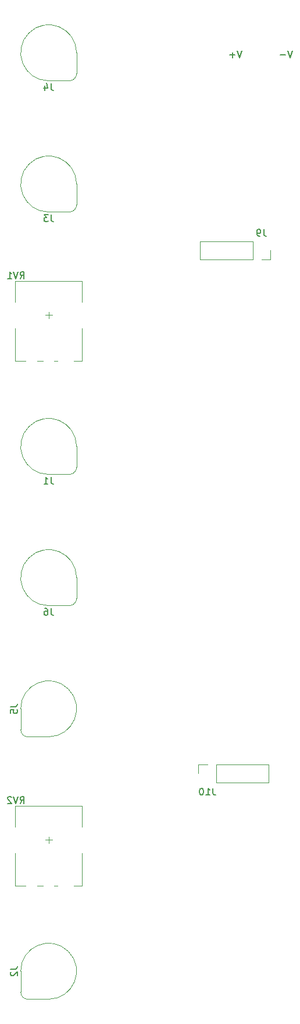
<source format=gbo>
%TF.GenerationSoftware,KiCad,Pcbnew,(6.0.6-0)*%
%TF.CreationDate,2022-06-29T11:53:49+01:00*%
%TF.ProjectId,4u-simple-integrator,34752d73-696d-4706-9c65-2d696e746567,r01*%
%TF.SameCoordinates,Original*%
%TF.FileFunction,Legend,Bot*%
%TF.FilePolarity,Positive*%
%FSLAX46Y46*%
G04 Gerber Fmt 4.6, Leading zero omitted, Abs format (unit mm)*
G04 Created by KiCad (PCBNEW (6.0.6-0)) date 2022-06-29 11:53:49*
%MOMM*%
%LPD*%
G01*
G04 APERTURE LIST*
%ADD10C,0.150000*%
%ADD11C,0.120000*%
G04 APERTURE END LIST*
D10*
%TO.C,J1*%
X86185333Y-100972380D02*
X86185333Y-101686666D01*
X86232952Y-101829523D01*
X86328190Y-101924761D01*
X86471047Y-101972380D01*
X86566285Y-101972380D01*
X85185333Y-101972380D02*
X85756761Y-101972380D01*
X85471047Y-101972380D02*
X85471047Y-100972380D01*
X85566285Y-101115238D01*
X85661523Y-101210476D01*
X85756761Y-101258095D01*
%TO.C,J4*%
X86185333Y-43822380D02*
X86185333Y-44536666D01*
X86232952Y-44679523D01*
X86328190Y-44774761D01*
X86471047Y-44822380D01*
X86566285Y-44822380D01*
X85280571Y-44155714D02*
X85280571Y-44822380D01*
X85518666Y-43774761D02*
X85756761Y-44489047D01*
X85137714Y-44489047D01*
%TO.C,J3*%
X86185333Y-62872380D02*
X86185333Y-63586666D01*
X86232952Y-63729523D01*
X86328190Y-63824761D01*
X86471047Y-63872380D01*
X86566285Y-63872380D01*
X85804380Y-62872380D02*
X85185333Y-62872380D01*
X85518666Y-63253333D01*
X85375809Y-63253333D01*
X85280571Y-63300952D01*
X85232952Y-63348571D01*
X85185333Y-63443809D01*
X85185333Y-63681904D01*
X85232952Y-63777142D01*
X85280571Y-63824761D01*
X85375809Y-63872380D01*
X85661523Y-63872380D01*
X85756761Y-63824761D01*
X85804380Y-63777142D01*
%TO.C,J10*%
X109775523Y-146137380D02*
X109775523Y-146851666D01*
X109823142Y-146994523D01*
X109918380Y-147089761D01*
X110061238Y-147137380D01*
X110156476Y-147137380D01*
X108775523Y-147137380D02*
X109346952Y-147137380D01*
X109061238Y-147137380D02*
X109061238Y-146137380D01*
X109156476Y-146280238D01*
X109251714Y-146375476D01*
X109346952Y-146423095D01*
X108156476Y-146137380D02*
X108061238Y-146137380D01*
X107966000Y-146185000D01*
X107918380Y-146232619D01*
X107870761Y-146327857D01*
X107823142Y-146518333D01*
X107823142Y-146756428D01*
X107870761Y-146946904D01*
X107918380Y-147042142D01*
X107966000Y-147089761D01*
X108061238Y-147137380D01*
X108156476Y-147137380D01*
X108251714Y-147089761D01*
X108299333Y-147042142D01*
X108346952Y-146946904D01*
X108394571Y-146756428D01*
X108394571Y-146518333D01*
X108346952Y-146327857D01*
X108299333Y-146232619D01*
X108251714Y-146185000D01*
X108156476Y-146137380D01*
%TO.C,RV2*%
X81697238Y-148372380D02*
X82030571Y-147896190D01*
X82268666Y-148372380D02*
X82268666Y-147372380D01*
X81887714Y-147372380D01*
X81792476Y-147420000D01*
X81744857Y-147467619D01*
X81697238Y-147562857D01*
X81697238Y-147705714D01*
X81744857Y-147800952D01*
X81792476Y-147848571D01*
X81887714Y-147896190D01*
X82268666Y-147896190D01*
X81411523Y-147372380D02*
X81078190Y-148372380D01*
X80744857Y-147372380D01*
X80459142Y-147467619D02*
X80411523Y-147420000D01*
X80316285Y-147372380D01*
X80078190Y-147372380D01*
X79982952Y-147420000D01*
X79935333Y-147467619D01*
X79887714Y-147562857D01*
X79887714Y-147658095D01*
X79935333Y-147800952D01*
X80506761Y-148372380D01*
X79887714Y-148372380D01*
%TO.C,J11*%
X113982380Y-39076380D02*
X113649047Y-40076380D01*
X113315714Y-39076380D01*
X112982380Y-39695428D02*
X112220476Y-39695428D01*
X112601428Y-40076380D02*
X112601428Y-39314476D01*
X121348380Y-39076380D02*
X121015047Y-40076380D01*
X120681714Y-39076380D01*
X120348380Y-39695428D02*
X119586476Y-39695428D01*
%TO.C,RV1*%
X81697238Y-72172380D02*
X82030571Y-71696190D01*
X82268666Y-72172380D02*
X82268666Y-71172380D01*
X81887714Y-71172380D01*
X81792476Y-71220000D01*
X81744857Y-71267619D01*
X81697238Y-71362857D01*
X81697238Y-71505714D01*
X81744857Y-71600952D01*
X81792476Y-71648571D01*
X81887714Y-71696190D01*
X82268666Y-71696190D01*
X81411523Y-71172380D02*
X81078190Y-72172380D01*
X80744857Y-71172380D01*
X79887714Y-72172380D02*
X80459142Y-72172380D01*
X80173428Y-72172380D02*
X80173428Y-71172380D01*
X80268666Y-71315238D01*
X80363904Y-71410476D01*
X80459142Y-71458095D01*
%TO.C,J9*%
X117173333Y-64984380D02*
X117173333Y-65698666D01*
X117220952Y-65841523D01*
X117316190Y-65936761D01*
X117459047Y-65984380D01*
X117554285Y-65984380D01*
X116649523Y-65984380D02*
X116459047Y-65984380D01*
X116363809Y-65936761D01*
X116316190Y-65889142D01*
X116220952Y-65746285D01*
X116173333Y-65555809D01*
X116173333Y-65174857D01*
X116220952Y-65079619D01*
X116268571Y-65032000D01*
X116363809Y-64984380D01*
X116554285Y-64984380D01*
X116649523Y-65032000D01*
X116697142Y-65079619D01*
X116744761Y-65174857D01*
X116744761Y-65412952D01*
X116697142Y-65508190D01*
X116649523Y-65555809D01*
X116554285Y-65603428D01*
X116363809Y-65603428D01*
X116268571Y-65555809D01*
X116220952Y-65508190D01*
X116173333Y-65412952D01*
%TO.C,J5*%
X80304380Y-134286666D02*
X81018666Y-134286666D01*
X81161523Y-134239047D01*
X81256761Y-134143809D01*
X81304380Y-134000952D01*
X81304380Y-133905714D01*
X80304380Y-135239047D02*
X80304380Y-134762857D01*
X80780571Y-134715238D01*
X80732952Y-134762857D01*
X80685333Y-134858095D01*
X80685333Y-135096190D01*
X80732952Y-135191428D01*
X80780571Y-135239047D01*
X80875809Y-135286666D01*
X81113904Y-135286666D01*
X81209142Y-135239047D01*
X81256761Y-135191428D01*
X81304380Y-135096190D01*
X81304380Y-134858095D01*
X81256761Y-134762857D01*
X81209142Y-134715238D01*
%TO.C,J6*%
X86185333Y-120022380D02*
X86185333Y-120736666D01*
X86232952Y-120879523D01*
X86328190Y-120974761D01*
X86471047Y-121022380D01*
X86566285Y-121022380D01*
X85280571Y-120022380D02*
X85471047Y-120022380D01*
X85566285Y-120070000D01*
X85613904Y-120117619D01*
X85709142Y-120260476D01*
X85756761Y-120450952D01*
X85756761Y-120831904D01*
X85709142Y-120927142D01*
X85661523Y-120974761D01*
X85566285Y-121022380D01*
X85375809Y-121022380D01*
X85280571Y-120974761D01*
X85232952Y-120927142D01*
X85185333Y-120831904D01*
X85185333Y-120593809D01*
X85232952Y-120498571D01*
X85280571Y-120450952D01*
X85375809Y-120403333D01*
X85566285Y-120403333D01*
X85661523Y-120450952D01*
X85709142Y-120498571D01*
X85756761Y-120593809D01*
%TO.C,J2*%
X80304380Y-172386666D02*
X81018666Y-172386666D01*
X81161523Y-172339047D01*
X81256761Y-172243809D01*
X81304380Y-172100952D01*
X81304380Y-172005714D01*
X80399619Y-172815238D02*
X80352000Y-172862857D01*
X80304380Y-172958095D01*
X80304380Y-173196190D01*
X80352000Y-173291428D01*
X80399619Y-173339047D01*
X80494857Y-173386666D01*
X80590095Y-173386666D01*
X80732952Y-173339047D01*
X81304380Y-172767619D01*
X81304380Y-173386666D01*
D11*
%TO.C,J1*%
X89916000Y-99568000D02*
X89916000Y-96520000D01*
X85852000Y-100584000D02*
X88900000Y-100584000D01*
X88900000Y-100584000D02*
G75*
G03*
X89916000Y-99568000I0J1016000D01*
G01*
X89916000Y-96520000D02*
G75*
G03*
X85852000Y-100584000I-4064000J0D01*
G01*
%TO.C,J4*%
X89916000Y-42418000D02*
X89916000Y-39370000D01*
X85852000Y-43434000D02*
X88900000Y-43434000D01*
X89916000Y-39370000D02*
G75*
G03*
X85852000Y-43434000I-4064000J0D01*
G01*
X88900000Y-43434000D02*
G75*
G03*
X89916000Y-42418000I0J1016000D01*
G01*
%TO.C,J3*%
X85852000Y-62484000D02*
X88900000Y-62484000D01*
X89916000Y-61468000D02*
X89916000Y-58420000D01*
X88900000Y-62484000D02*
G75*
G03*
X89916000Y-61468000I0J1016000D01*
G01*
X89916000Y-58420000D02*
G75*
G03*
X85852000Y-62484000I-4064000J0D01*
G01*
%TO.C,J10*%
X110236000Y-145348000D02*
X117916000Y-145348000D01*
X108966000Y-142688000D02*
X107636000Y-142688000D01*
X117916000Y-142688000D02*
X117916000Y-145348000D01*
X110236000Y-142688000D02*
X110236000Y-145348000D01*
X107636000Y-142688000D02*
X107636000Y-144018000D01*
X110236000Y-142688000D02*
X117916000Y-142688000D01*
%TO.C,RV2*%
X90732000Y-160290000D02*
X90732000Y-155570000D01*
X80982000Y-148700000D02*
X90722000Y-148700000D01*
X80982000Y-151760000D02*
X80982000Y-148700000D01*
X80982000Y-160290000D02*
X80982000Y-155570000D01*
X89542000Y-160290000D02*
X90722000Y-160290000D01*
X85852000Y-153170000D02*
X85852000Y-154170000D01*
X80982000Y-160290000D02*
X82472000Y-160290000D01*
X85352000Y-153670000D02*
X86352000Y-153670000D01*
X90722000Y-151760000D02*
X90722000Y-148700000D01*
X86642000Y-160290000D02*
X87172000Y-160290000D01*
X84192000Y-160290000D02*
X85022000Y-160290000D01*
%TO.C,RV1*%
X85852000Y-76970000D02*
X85852000Y-77970000D01*
X80982000Y-84090000D02*
X80982000Y-79370000D01*
X84192000Y-84090000D02*
X85022000Y-84090000D01*
X86642000Y-84090000D02*
X87172000Y-84090000D01*
X80982000Y-75560000D02*
X80982000Y-72500000D01*
X89542000Y-84090000D02*
X90722000Y-84090000D01*
X90722000Y-75560000D02*
X90722000Y-72500000D01*
X80982000Y-84090000D02*
X82472000Y-84090000D01*
X80982000Y-72500000D02*
X90722000Y-72500000D01*
X90732000Y-84090000D02*
X90732000Y-79370000D01*
X85352000Y-77470000D02*
X86352000Y-77470000D01*
%TO.C,J9*%
X116840000Y-69402000D02*
X118170000Y-69402000D01*
X115570000Y-69402000D02*
X107890000Y-69402000D01*
X115570000Y-69402000D02*
X115570000Y-66742000D01*
X115570000Y-66742000D02*
X107890000Y-66742000D01*
X118170000Y-69402000D02*
X118170000Y-68072000D01*
X107890000Y-69402000D02*
X107890000Y-66742000D01*
%TO.C,J5*%
X82804000Y-138684000D02*
X85852000Y-138684000D01*
X81788000Y-134620000D02*
X81788000Y-137668000D01*
X81788000Y-137668000D02*
G75*
G03*
X82804000Y-138684000I1016000J0D01*
G01*
X85852000Y-138684000D02*
G75*
G03*
X81788000Y-134620000I0J4064000D01*
G01*
%TO.C,J6*%
X89916000Y-118618000D02*
X89916000Y-115570000D01*
X85852000Y-119634000D02*
X88900000Y-119634000D01*
X89916000Y-115570000D02*
G75*
G03*
X85852000Y-119634000I-4064000J0D01*
G01*
X88900000Y-119634000D02*
G75*
G03*
X89916000Y-118618000I0J1016000D01*
G01*
%TO.C,J2*%
X81788000Y-172720000D02*
X81788000Y-175768000D01*
X82804000Y-176784000D02*
X85852000Y-176784000D01*
X85852000Y-176784000D02*
G75*
G03*
X81788000Y-172720000I0J4064000D01*
G01*
X81788000Y-175768000D02*
G75*
G03*
X82804000Y-176784000I1016000J0D01*
G01*
%TD*%
M02*

</source>
